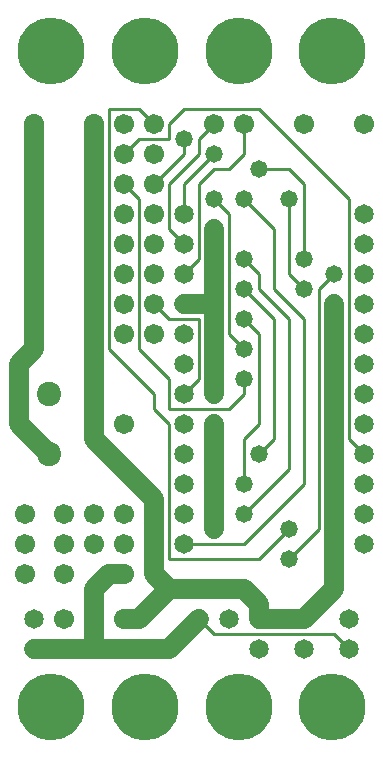
<source format=gbl>
%MOIN*%
%FSLAX25Y25*%
G04 D10 used for Character Trace; *
G04     Circle (OD=.01000) (No hole)*
G04 D11 used for Power Trace; *
G04     Circle (OD=.06700) (No hole)*
G04 D12 used for Signal Trace; *
G04     Circle (OD=.01100) (No hole)*
G04 D13 used for Via; *
G04     Circle (OD=.05800) (Round. Hole ID=.02800)*
G04 D14 used for Component hole; *
G04     Circle (OD=.06500) (Round. Hole ID=.03500)*
G04 D15 used for Component hole; *
G04     Circle (OD=.06700) (Round. Hole ID=.04300)*
G04 D16 used for Component hole; *
G04     Circle (OD=.08100) (Round. Hole ID=.05100)*
G04 D17 used for Component hole; *
G04     Circle (OD=.08900) (Round. Hole ID=.05900)*
G04 D18 used for Component hole; *
G04     Circle (OD=.11300) (Round. Hole ID=.08300)*
G04 D19 used for Component hole; *
G04     Circle (OD=.16000) (Round. Hole ID=.13000)*
G04 D20 used for Component hole; *
G04     Circle (OD=.18300) (Round. Hole ID=.15300)*
G04 D21 used for Component hole; *
G04     Circle (OD=.22291) (Round. Hole ID=.19291)*
%ADD10C,.01000*%
%ADD11C,.06700*%
%ADD12C,.01100*%
%ADD13C,.05800*%
%ADD14C,.06500*%
%ADD15C,.06700*%
%ADD16C,.08100*%
%ADD17C,.08900*%
%ADD18C,.11300*%
%ADD19C,.16000*%
%ADD20C,.18300*%
%ADD21C,.22291*%
%IPPOS*%
%LPD*%
G90*X0Y0D02*D21*X15625Y15625D03*D15*              
X30000Y35000D03*D11*X10000D01*D14*D03*D15*        
X20000Y45000D03*D14*X10000D03*D11*X30000Y35000D02*
Y55000D01*Y35000D02*X55000D01*D14*D03*D11*        
X65000Y45000D01*D14*D03*D12*X70000Y40000D01*      
X110000D01*X115000Y35000D01*D14*D03*Y45000D03*    
X100000D03*D11*X85000D01*D14*D03*D11*Y50000D01*   
X80000Y55000D01*X55000D01*D14*D03*D11*            
X45000Y45000D01*X40000D01*D15*D03*D11*            
X30000Y55000D02*X35000Y60000D01*X40000D01*D15*D03*
X30000Y70000D03*D11*X55000Y55000D02*              
X50000Y60000D01*Y85000D01*X30000Y105000D01*       
Y140000D01*D15*D03*D11*Y150000D01*D15*D03*D11*    
Y160000D01*D15*D03*D11*Y170000D01*D15*D03*D11*    
Y180000D01*D15*D03*D11*Y190000D01*D15*D03*D11*    
Y200000D01*D15*D03*D11*Y210000D01*D15*D03*D12*    
X35000Y135000D02*Y215000D01*X50000Y120000D02*     
X35000Y135000D01*X50000Y115000D02*Y120000D01*     
X55000Y110000D02*X50000Y115000D01*X55000Y65000D02*
Y110000D01*Y65000D02*X85000D01*X95000Y75000D01*   
D13*D03*D12*Y65000D02*X105000Y75000D01*D13*       
X95000Y65000D03*D12*X105000Y75000D02*Y155000D01*  
X110000Y160000D01*D13*D03*D14*X120000Y150000D03*  
Y170000D03*D13*X100000Y165000D03*D12*Y190000D01*  
X95000Y195000D01*X85000D01*D13*D03*D12*X75000D02* 
X80000Y200000D01*X70000Y195000D02*X75000D01*      
X65000Y190000D02*X70000Y195000D01*                
X65000Y165000D02*Y190000D01*X60000Y160000D02*     
X65000Y165000D01*D14*X60000Y160000D03*D11*        
X70000Y120000D02*Y150000D01*D13*Y120000D03*D12*   
X55000Y115000D02*X75000D01*X55000D02*Y125000D01*  
X45000Y135000D01*Y185000D01*X40000Y190000D01*D15* 
D03*X50000Y180000D03*Y200000D03*Y190000D03*D12*   
X60000Y200000D01*Y205000D01*D13*D03*D12*          
X55000Y190000D02*X65000Y200000D01*                
X55000Y175000D02*Y190000D01*X60000Y170000D02*     
X55000Y175000D01*D14*X60000Y170000D03*D15*        
X50000Y160000D03*D14*X60000Y180000D03*D12*        
Y190000D01*X70000Y200000D01*D13*D03*D12*X65000D02*
Y205000D01*X70000Y210000D01*D15*D03*D12*          
X80000Y200000D02*Y210000D01*D15*D03*D12*          
X115000Y185000D02*X85000Y215000D01*               
X115000Y105000D02*Y185000D01*X120000Y100000D02*   
X115000Y105000D01*D14*X120000Y100000D03*          
Y110000D03*Y90000D03*Y120000D03*Y80000D03*D12*    
X80000Y70000D02*X100000Y90000D01*X60000Y70000D02* 
X80000D01*D14*X60000D03*Y80000D03*D13*            
X70000Y75000D03*D11*Y110000D01*D13*D03*D12*       
X75000Y115000D02*X80000Y120000D01*Y125000D01*D13* 
D03*Y135000D03*D12*X75000Y140000D01*Y180000D01*   
X70000Y185000D01*D13*D03*X80000D03*D12*           
X90000Y175000D01*Y155000D01*X100000Y145000D01*    
Y90000D01*X80000Y80000D02*X95000Y95000D01*D13*    
X80000Y80000D03*Y90000D03*D12*Y105000D01*         
X85000Y110000D01*Y140000D01*X80000Y145000D01*D13* 
D03*D12*X95000D02*X85000Y155000D01*               
X95000Y95000D02*Y145000D01*D13*X85000Y100000D03*  
D12*X90000Y105000D01*Y145000D01*X80000Y155000D01* 
D13*D03*D12*X85000D02*Y160000D01*X80000Y165000D01*
D13*D03*X70000Y175000D03*D11*Y150000D01*X60000D01*
D14*D03*D12*X65000Y125000D02*Y145000D01*          
X60000Y120000D02*X65000Y125000D01*D14*            
X60000Y120000D03*Y130000D03*Y110000D03*D15*       
X40000Y140000D03*D14*X60000D03*Y100000D03*D15*    
X50000Y140000D03*X40000Y110000D03*D12*            
X55000Y145000D02*X65000D01*X55000D02*             
X50000Y150000D01*D15*D03*X40000Y160000D03*        
Y150000D03*X50000Y170000D03*X40000D03*Y180000D03* 
D16*X15000Y120000D03*D15*X10000Y190000D03*D11*    
Y180000D01*D15*D03*D11*Y170000D01*D15*D03*D11*    
Y160000D01*D15*D03*D11*Y150000D01*D15*D03*D11*    
Y140000D01*D15*D03*D11*Y135000D01*X5000Y130000D01*
Y110000D01*X15000Y100000D01*D16*D03*D15*          
X7000Y80000D03*X20000D03*X30000D03*X40000D03*     
X7000Y70000D03*X20000D03*X40000D03*X7000Y60000D03*
X20000D03*D14*X60000Y90000D03*X75000Y45000D03*    
X85000Y35000D03*D12*X100000Y155000D02*            
X95000Y160000D01*D13*X100000Y155000D03*D12*       
X95000Y160000D02*Y185000D01*D13*D03*D14*          
X120000Y160000D03*D15*Y210000D03*D14*Y180000D03*  
D15*X100000Y210000D03*D12*X60000Y215000D02*       
X85000D01*X55000Y210000D02*X60000Y215000D01*      
X55000Y205000D02*Y210000D01*X45000Y205000D02*     
X55000D01*X40000Y200000D02*X45000Y205000D01*D15*  
X40000Y200000D03*X50000Y210000D03*D12*            
X45000Y215000D01*X35000D01*D15*X40000Y210000D03*  
D21*X15625Y234375D03*X46875D03*D11*               
X10000Y190000D02*Y200000D01*D15*D03*D11*          
Y210000D01*D15*D03*D21*X78125Y234375D03*D13*      
X110000Y150000D03*D11*Y55000D01*X100000Y45000D01* 
D14*Y35000D03*X120000Y70000D03*D21*               
X78125Y15625D03*X109375D03*X46875D03*D14*         
X120000Y130000D03*Y140000D03*D21*                 
X109375Y234375D03*M02*                            

</source>
